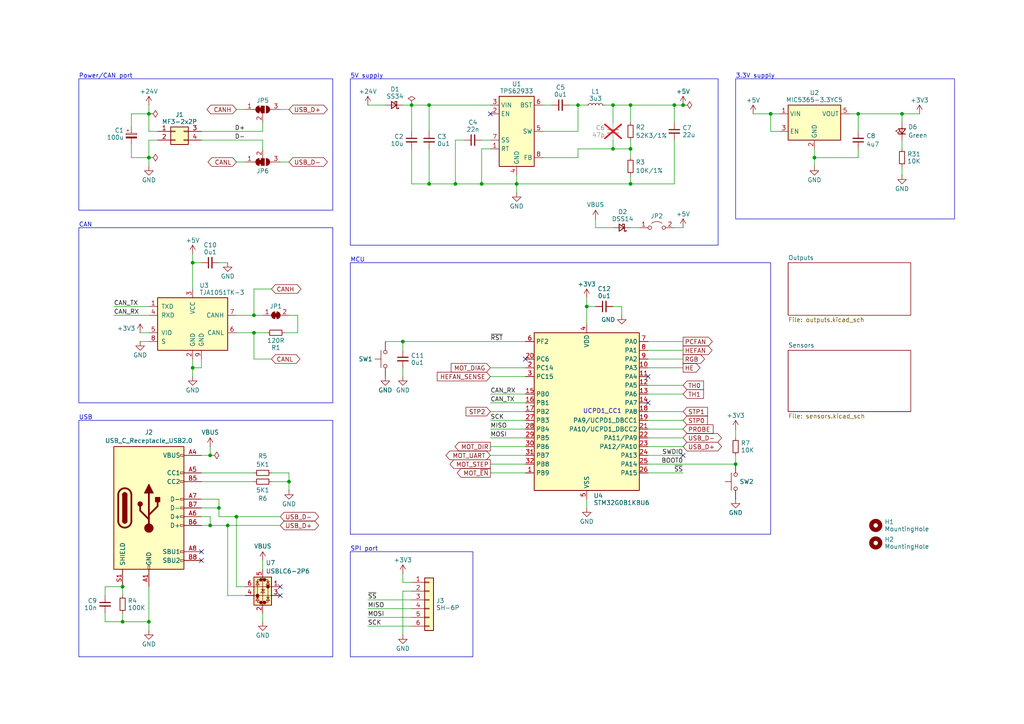
<source format=kicad_sch>
(kicad_sch (version 20231120) (generator "eeschema") (generator_version "8.0")
  (paper "A4")
  (junction (at 43.18 33.02))
  (junction (at 124.46 30.48))
  (junction (at 213.36 134.62))
  (junction (at 170.18 88.9))
  (junction (at 73.66 91.44))
  (junction (at 149.86 53.34))
  (junction (at 236.22 45.72))
  (junction (at 223.52 33.02))
  (junction (at 63.5 147.32))
  (junction (at 248.92 33.02))
  (junction (at 177.8 30.48))
  (junction (at 43.18 45.72))
  (junction (at 182.88 53.34))
  (junction (at 43.18 180.34))
  (junction (at 119.38 30.48))
  (junction (at 139.7 53.34))
  (junction (at 60.96 152.4))
  (junction (at 182.88 30.48))
  (junction (at 35.56 170.18))
  (junction (at 66.04 152.4))
  (junction (at 73.66 96.52))
  (junction (at 195.58 30.48))
  (junction (at 68.58 149.86))
  (junction (at 177.8 43.18))
  (junction (at 261.62 33.02))
  (junction (at 198.12 30.48))
  (junction (at 116.84 99.06))
  (junction (at 132.08 53.34))
  (junction (at 55.88 106.68))
  (junction (at 182.88 43.18))
  (junction (at 35.56 180.34))
  (junction (at 60.96 132.08))
  (junction (at 124.46 53.34))
  (junction (at 55.88 76.2))
  (junction (at 83.82 139.7))
  (junction (at 167.64 30.48))
  (no_connect (at 142.24 33.02))
  (no_connect (at 152.4 104.14))
  (no_connect (at 187.96 109.22))
  (no_connect (at 198.12 132.08))
  (no_connect (at 58.42 162.56))
  (no_connect (at 187.96 116.84))
  (no_connect (at 81.28 172.72))
  (no_connect (at 81.28 170.18))
  (no_connect (at 58.42 160.02))
  (wire (pts (xy 35.56 170.18) (xy 35.56 172.72)))
  (wire (pts (xy 152.4 116.84) (xy 142.24 116.84)))
  (wire (pts (xy 152.4 121.92) (xy 142.24 121.92)))
  (wire (pts (xy 172.72 66.04) (xy 177.8 66.04)))
  (wire (pts (xy 43.18 40.64) (xy 43.18 45.72)))
  (wire (pts (xy 68.58 149.86) (xy 81.28 149.86)))
  (wire (pts (xy 142.24 106.68) (xy 152.4 106.68)))
  (wire (pts (xy 124.46 43.18) (xy 124.46 53.34)))
  (wire (pts (xy 124.46 53.34) (xy 119.38 53.34)))
  (wire (pts (xy 142.24 109.22) (xy 152.4 109.22)))
  (wire (pts (xy 167.64 43.18) (xy 167.64 45.72)))
  (wire (pts (xy 116.84 99.06) (xy 116.84 101.6)))
  (wire (pts (xy 55.88 76.2) (xy 58.42 76.2)))
  (wire (pts (xy 170.18 88.9) (xy 172.72 88.9)))
  (wire (pts (xy 73.66 104.14) (xy 78.74 104.14)))
  (wire (pts (xy 68.58 149.86) (xy 68.58 170.18)))
  (wire (pts (xy 119.38 30.48) (xy 124.46 30.48)))
  (wire (pts (xy 73.66 91.44) (xy 76.2 91.44)))
  (wire (pts (xy 43.18 40.64) (xy 45.72 40.64)))
  (wire (pts (xy 182.88 30.48) (xy 182.88 35.56)))
  (wire (pts (xy 167.64 30.48) (xy 165.1 30.48)))
  (wire (pts (xy 106.68 30.48) (xy 111.76 30.48)))
  (wire (pts (xy 132.08 53.34) (xy 124.46 53.34)))
  (wire (pts (xy 35.56 180.34) (xy 43.18 180.34)))
  (wire (pts (xy 73.66 104.14) (xy 73.66 96.52)))
  (wire (pts (xy 40.64 96.52) (xy 43.18 96.52)))
  (wire (pts (xy 132.08 40.64) (xy 134.62 40.64)))
  (wire (pts (xy 182.88 43.18) (xy 177.8 43.18)))
  (wire (pts (xy 187.96 127) (xy 198.12 127)))
  (wire (pts (xy 182.88 50.8) (xy 182.88 53.34)))
  (wire (pts (xy 195.58 40.64) (xy 195.58 53.34)))
  (wire (pts (xy 55.88 73.66) (xy 55.88 76.2)))
  (wire (pts (xy 170.18 86.36) (xy 170.18 88.9)))
  (wire (pts (xy 261.62 40.64) (xy 261.62 43.18)))
  (wire (pts (xy 33.02 91.44) (xy 43.18 91.44)))
  (wire (pts (xy 119.38 173.99) (xy 106.68 173.99)))
  (wire (pts (xy 132.08 40.64) (xy 132.08 53.34)))
  (wire (pts (xy 66.04 152.4) (xy 66.04 172.72)))
  (wire (pts (xy 63.5 144.78) (xy 63.5 147.32)))
  (wire (pts (xy 76.2 38.1) (xy 76.2 35.56)))
  (wire (pts (xy 33.02 88.9) (xy 43.18 88.9)))
  (wire (pts (xy 68.58 31.75) (xy 71.12 31.75)))
  (wire (pts (xy 248.92 45.72) (xy 248.92 43.18)))
  (wire (pts (xy 152.4 129.54) (xy 142.24 129.54)))
  (wire (pts (xy 81.28 31.75) (xy 83.82 31.75)))
  (wire (pts (xy 177.8 40.64) (xy 177.8 43.18)))
  (wire (pts (xy 76.2 177.8) (xy 76.2 180.34)))
  (wire (pts (xy 223.52 38.1) (xy 226.06 38.1)))
  (wire (pts (xy 60.96 149.86) (xy 60.96 152.4)))
  (wire (pts (xy 152.4 137.16) (xy 142.24 137.16)))
  (wire (pts (xy 35.56 180.34) (xy 30.48 180.34)))
  (wire (pts (xy 149.86 53.34) (xy 149.86 50.8)))
  (wire (pts (xy 139.7 53.34) (xy 132.08 53.34)))
  (wire (pts (xy 58.42 152.4) (xy 60.96 152.4)))
  (wire (pts (xy 218.44 33.02) (xy 223.52 33.02)))
  (wire (pts (xy 43.18 38.1) (xy 43.18 33.02)))
  (wire (pts (xy 119.38 38.1) (xy 119.38 30.48)))
  (wire (pts (xy 40.64 99.06) (xy 43.18 99.06)))
  (wire (pts (xy 43.18 45.72) (xy 43.18 48.26)))
  (wire (pts (xy 58.42 104.14) (xy 58.42 106.68)))
  (wire (pts (xy 187.96 101.6) (xy 198.12 101.6)))
  (wire (pts (xy 182.88 30.48) (xy 195.58 30.48)))
  (wire (pts (xy 180.34 88.9) (xy 177.8 88.9)))
  (wire (pts (xy 187.96 129.54) (xy 198.12 129.54)))
  (wire (pts (xy 187.96 99.06) (xy 198.12 99.06)))
  (wire (pts (xy 187.96 106.68) (xy 198.12 106.68)))
  (wire (pts (xy 182.88 53.34) (xy 195.58 53.34)))
  (wire (pts (xy 78.74 139.7) (xy 83.82 139.7)))
  (wire (pts (xy 58.42 149.86) (xy 60.96 149.86)))
  (wire (pts (xy 81.28 46.99) (xy 83.82 46.99)))
  (wire (pts (xy 38.1 33.02) (xy 38.1 36.83)))
  (wire (pts (xy 152.4 124.46) (xy 142.24 124.46)))
  (wire (pts (xy 58.42 132.08) (xy 60.96 132.08)))
  (wire (pts (xy 86.36 91.44) (xy 83.82 91.44)))
  (wire (pts (xy 170.18 144.78) (xy 170.18 147.32)))
  (wire (pts (xy 82.55 96.52) (xy 86.36 96.52)))
  (wire (pts (xy 187.96 132.08) (xy 198.12 132.08)))
  (wire (pts (xy 119.38 179.07) (xy 106.68 179.07)))
  (wire (pts (xy 43.18 38.1) (xy 45.72 38.1)))
  (wire (pts (xy 139.7 43.18) (xy 139.7 53.34)))
  (wire (pts (xy 68.58 46.99) (xy 71.12 46.99)))
  (wire (pts (xy 30.48 170.18) (xy 35.56 170.18)))
  (wire (pts (xy 167.64 43.18) (xy 177.8 43.18)))
  (wire (pts (xy 43.18 170.18) (xy 43.18 180.34)))
  (wire (pts (xy 167.64 30.48) (xy 167.64 38.1)))
  (wire (pts (xy 236.22 45.72) (xy 248.92 45.72)))
  (wire (pts (xy 213.36 124.46) (xy 213.36 127)))
  (wire (pts (xy 139.7 40.64) (xy 142.24 40.64)))
  (wire (pts (xy 198.12 30.48) (xy 195.58 30.48)))
  (wire (pts (xy 66.04 152.4) (xy 81.28 152.4)))
  (wire (pts (xy 248.92 33.02) (xy 261.62 33.02)))
  (wire (pts (xy 223.52 33.02) (xy 226.06 33.02)))
  (wire (pts (xy 58.42 144.78) (xy 63.5 144.78)))
  (wire (pts (xy 60.96 152.4) (xy 66.04 152.4)))
  (wire (pts (xy 142.24 119.38) (xy 152.4 119.38)))
  (wire (pts (xy 124.46 30.48) (xy 142.24 30.48)))
  (wire (pts (xy 116.84 166.37) (xy 116.84 168.91)))
  (wire (pts (xy 261.62 33.02) (xy 261.62 35.56)))
  (wire (pts (xy 198.12 119.38) (xy 187.96 119.38)))
  (wire (pts (xy 223.52 33.02) (xy 223.52 38.1)))
  (wire (pts (xy 261.62 48.26) (xy 261.62 50.8)))
  (wire (pts (xy 261.62 33.02) (xy 266.7 33.02)))
  (wire (pts (xy 177.8 30.48) (xy 182.88 30.48)))
  (wire (pts (xy 38.1 41.91) (xy 38.1 45.72)))
  (wire (pts (xy 167.64 30.48) (xy 170.18 30.48)))
  (wire (pts (xy 73.66 96.52) (xy 68.58 96.52)))
  (wire (pts (xy 119.38 181.61) (xy 106.68 181.61)))
  (wire (pts (xy 182.88 40.64) (xy 182.88 43.18)))
  (wire (pts (xy 83.82 139.7) (xy 83.82 142.24)))
  (wire (pts (xy 116.84 184.15) (xy 116.84 171.45)))
  (wire (pts (xy 187.96 134.62) (xy 213.36 134.62)))
  (wire (pts (xy 182.88 66.04) (xy 185.42 66.04)))
  (wire (pts (xy 187.96 121.92) (xy 198.12 121.92)))
  (wire (pts (xy 55.88 76.2) (xy 55.88 83.82)))
  (wire (pts (xy 152.4 114.3) (xy 142.24 114.3)))
  (wire (pts (xy 187.96 104.14) (xy 198.12 104.14)))
  (wire (pts (xy 180.34 91.44) (xy 180.34 88.9)))
  (wire (pts (xy 111.76 99.06) (xy 116.84 99.06)))
  (wire (pts (xy 236.22 43.18) (xy 236.22 45.72)))
  (wire (pts (xy 157.48 30.48) (xy 160.02 30.48)))
  (wire (pts (xy 63.5 147.32) (xy 63.5 149.86)))
  (wire (pts (xy 167.64 45.72) (xy 157.48 45.72)))
  (wire (pts (xy 139.7 53.34) (xy 149.86 53.34)))
  (wire (pts (xy 195.58 66.04) (xy 198.12 66.04)))
  (wire (pts (xy 167.64 38.1) (xy 157.48 38.1)))
  (wire (pts (xy 73.66 83.82) (xy 78.74 83.82)))
  (wire (pts (xy 76.2 43.18) (xy 76.2 40.64)))
  (wire (pts (xy 182.88 43.18) (xy 182.88 45.72)))
  (wire (pts (xy 177.8 35.56) (xy 177.8 30.48)))
  (wire (pts (xy 248.92 33.02) (xy 246.38 33.02)))
  (wire (pts (xy 66.04 76.2) (xy 63.5 76.2)))
  (wire (pts (xy 86.36 96.52) (xy 86.36 91.44)))
  (wire (pts (xy 30.48 180.34) (xy 30.48 177.8)))
  (wire (pts (xy 35.56 177.8) (xy 35.56 180.34)))
  (wire (pts (xy 119.38 43.18) (xy 119.38 53.34)))
  (wire (pts (xy 187.96 111.76) (xy 198.12 111.76)))
  (wire (pts (xy 175.26 30.48) (xy 177.8 30.48)))
  (wire (pts (xy 58.42 38.1) (xy 76.2 38.1)))
  (wire (pts (xy 73.66 83.82) (xy 73.66 91.44)))
  (wire (pts (xy 187.96 114.3) (xy 198.12 114.3)))
  (wire (pts (xy 152.4 127) (xy 142.24 127)))
  (wire (pts (xy 38.1 45.72) (xy 43.18 45.72)))
  (wire (pts (xy 66.04 172.72) (xy 71.12 172.72)))
  (wire (pts (xy 152.4 134.62) (xy 142.24 134.62)))
  (wire (pts (xy 116.84 168.91) (xy 119.38 168.91)))
  (wire (pts (xy 58.42 106.68) (xy 55.88 106.68)))
  (wire (pts (xy 187.96 137.16) (xy 198.12 137.16)))
  (wire (pts (xy 149.86 53.34) (xy 182.88 53.34)))
  (wire (pts (xy 116.84 171.45) (xy 119.38 171.45)))
  (wire (pts (xy 58.42 147.32) (xy 63.5 147.32)))
  (wire (pts (xy 38.1 33.02) (xy 43.18 33.02)))
  (wire (pts (xy 198.12 124.46) (xy 187.96 124.46)))
  (wire (pts (xy 213.36 132.08) (xy 213.36 134.62)))
  (wire (pts (xy 78.74 137.16) (xy 83.82 137.16)))
  (wire (pts (xy 195.58 30.48) (xy 195.58 35.56)))
  (wire (pts (xy 60.96 129.54) (xy 60.96 132.08)))
  (wire (pts (xy 152.4 132.08) (xy 142.24 132.08)))
  (wire (pts (xy 73.66 96.52) (xy 77.47 96.52)))
  (wire (pts (xy 71.12 170.18) (xy 68.58 170.18)))
  (wire (pts (xy 116.84 99.06) (xy 152.4 99.06)))
  (wire (pts (xy 124.46 30.48) (xy 124.46 38.1)))
  (wire (pts (xy 73.66 91.44) (xy 68.58 91.44)))
  (wire (pts (xy 58.42 40.64) (xy 76.2 40.64)))
  (wire (pts (xy 170.18 88.9) (xy 170.18 93.98)))
  (wire (pts (xy 76.2 162.56) (xy 76.2 165.1)))
  (wire (pts (xy 119.38 176.53) (xy 106.68 176.53)))
  (wire (pts (xy 55.88 109.22) (xy 55.88 106.68)))
  (wire (pts (xy 58.42 137.16) (xy 73.66 137.16)))
  (wire (pts (xy 248.92 33.02) (xy 248.92 38.1)))
  (wire (pts (xy 68.58 149.86) (xy 63.5 149.86)))
  (wire (pts (xy 58.42 139.7) (xy 73.66 139.7)))
  (wire (pts (xy 116.84 106.68) (xy 116.84 109.22)))
  (wire (pts (xy 83.82 137.16) (xy 83.82 139.7)))
  (wire (pts (xy 30.48 172.72) (xy 30.48 170.18)))
  (wire (pts (xy 139.7 43.18) (xy 142.24 43.18)))
  (wire (pts (xy 172.72 63.5) (xy 172.72 66.04)))
  (wire (pts (xy 43.18 180.34) (xy 43.18 182.88)))
  (wire (pts (xy 55.88 104.14) (xy 55.88 106.68)))
  (wire (pts (xy 119.38 30.48) (xy 116.84 30.48)))
  (wire (pts (xy 236.22 45.72) (xy 236.22 48.26)))
  (wire (pts (xy 43.18 33.02) (xy 43.18 30.48)))
  (wire (pts (xy 149.86 55.88) (xy 149.86 53.34)))
  (rectangle (start 22.86 22.86) (end 96.52 60.96))
  (rectangle (start 22.86 121.92) (end 96.52 190.5))
  (rectangle (start 101.6 22.86) (end 208.28 71.12))
  (rectangle (start 101.6 160.02) (end 137.16 190.5))
  (rectangle (start 22.86 66.04) (end 96.52 116.84))
  (rectangle (start 213.36 22.86) (end 276.86 63.5))
  (rectangle (start 101.6 76.2) (end 223.52 154.94))
  (text "UCPD1_CC1" (at 180.34 119.38 0) (effects (font (size 1.27 1.27)) (justify right)))
  (text "Power/CAN port" (at 22.86 22.86 0) (effects (font (size 1.27 1.27)) (justify left bottom)))
  (text "CAN" (at 22.86 66.04 0) (effects (font (size 1.27 1.27)) (justify left bottom)))
  (text "3.3V supply" (at 213.36 22.86 0) (effects (font (size 1.27 1.27)) (justify left bottom)))
  (text "USB" (at 22.86 121.92 0) (effects (font (size 1.27 1.27)) (justify left bottom)))
  (text "SPI port" (at 101.6 160.02 0) (effects (font (size 1.27 1.27)) (justify left bottom)))
  (text "5V supply" (at 101.6 22.86 0) (effects (font (size 1.27 1.27)) (justify left bottom)))
  (text "MCU" (at 101.6 76.2 0) (effects (font (size 1.27 1.27)) (justify left bottom)))
  (label "MISO" (at 106.68 176.53 0))
  (label "D-" (at 71.12 40.64 180))
  (label "~{SS}" (at 106.68 173.99 0))
  (label "BOOT0" (at 198.12 134.62 180))
  (label "CAN_TX" (at 33.02 88.9 0))
  (label "CAN_TX" (at 142.24 116.84 0))
  (label "D+" (at 71.12 38.1 180))
  (label "CAN_RX" (at 33.02 91.44 0))
  (label "~{SS}" (at 198.12 137.16 180))
  (label "MOSI" (at 142.24 127 0))
  (label "CAN_RX" (at 142.24 114.3 0))
  (label "SCK" (at 142.24 121.92 0))
  (label "SCK" (at 106.68 181.61 0))
  (label "~{RST}" (at 142.24 99.06 0))
  (label "SWDIO" (at 198.12 132.08 180))
  (label "MISO" (at 142.24 124.46 0))
  (label "MOSI" (at 106.68 179.07 0))
  (global_label "CANL" (shape bidirectional) (at 78.74 104.14 0) (property "Intersheetrefs" "${INTERSHEET_REFS}" (effects (hide yes))))
  (global_label "CANH" (shape bidirectional) (at 78.74 83.82 0) (property "Intersheetrefs" "${INTERSHEET_REFS}" (effects (hide yes))))
  (global_label "MOT_~{EN}" (shape output) (at 142.24 137.16 180) (property "Intersheetrefs" "${INTERSHEET_REFS}" (effects (hide yes))))
  (global_label "MOT_UART" (shape bidirectional) (at 142.24 132.08 180) (property "Intersheetrefs" "${INTERSHEET_REFS}" (effects (hide yes))))
  (global_label "USB_D-" (shape bidirectional) (at 83.82 46.99 0) (property "Intersheetrefs" "${INTERSHEET_REFS}" (effects (hide yes))))
  (global_label "HEFAN_SENSE" (shape input) (at 142.24 109.22 180) (property "Intersheetrefs" "${INTERSHEET_REFS}" (effects (hide yes))))
  (global_label "PROBE" (shape input) (at 198.12 124.46 0) (property "Intersheetrefs" "${INTERSHEET_REFS}" (effects (hide yes))))
  (global_label "RGB" (shape output) (at 198.12 104.14 0) (property "Intersheetrefs" "${INTERSHEET_REFS}" (effects (hide yes))))
  (global_label "TH1" (shape input) (at 198.12 114.3 0) (property "Intersheetrefs" "${INTERSHEET_REFS}" (effects (hide yes))))
  (global_label "USB_D+" (shape bidirectional) (at 83.82 31.75 0) (property "Intersheetrefs" "${INTERSHEET_REFS}" (effects (hide yes))))
  (global_label "MOT_STEP" (shape output) (at 142.24 134.62 180) (property "Intersheetrefs" "${INTERSHEET_REFS}" (effects (hide yes))))
  (global_label "HE" (shape output) (at 198.12 106.68 0) (property "Intersheetrefs" "${INTERSHEET_REFS}" (effects (hide yes))))
  (global_label "STP0" (shape input) (at 198.12 121.92 0) (property "Intersheetrefs" "${INTERSHEET_REFS}" (effects (hide yes))))
  (global_label "STP1" (shape input) (at 198.12 119.38 0) (property "Intersheetrefs" "${INTERSHEET_REFS}" (effects (hide yes))))
  (global_label "HEFAN" (shape output) (at 198.12 101.6 0) (property "Intersheetrefs" "${INTERSHEET_REFS}" (effects (hide yes))))
  (global_label "USB_D+" (shape bidirectional) (at 81.28 152.4 0) (property "Intersheetrefs" "${INTERSHEET_REFS}" (effects (hide yes))))
  (global_label "USB_D+" (shape bidirectional) (at 198.12 129.54 0) (property "Intersheetrefs" "${INTERSHEET_REFS}" (effects (hide yes))))
  (global_label "USB_D-" (shape bidirectional) (at 198.12 127 0) (property "Intersheetrefs" "${INTERSHEET_REFS}" (effects (hide yes))))
  (global_label "PCFAN" (shape output) (at 198.12 99.06 0) (property "Intersheetrefs" "${INTERSHEET_REFS}" (effects (hide yes))))
  (global_label "MOT_DIAG" (shape input) (at 142.24 106.68 180) (property "Intersheetrefs" "${INTERSHEET_REFS}" (effects (hide yes))))
  (global_label "CANH" (shape bidirectional) (at 68.58 31.75 180) (property "Intersheetrefs" "${INTERSHEET_REFS}" (effects (hide yes))))
  (global_label "TH0" (shape input) (at 198.12 111.76 0) (property "Intersheetrefs" "${INTERSHEET_REFS}" (effects (hide yes))))
  (global_label "MOT_DIR" (shape output) (at 142.24 129.54 180) (property "Intersheetrefs" "${INTERSHEET_REFS}" (effects (hide yes))))
  (global_label "CANL" (shape bidirectional) (at 68.58 46.99 180) (property "Intersheetrefs" "${INTERSHEET_REFS}" (effects (hide yes))))
  (global_label "STP2" (shape input) (at 142.24 119.38 180) (property "Intersheetrefs" "${INTERSHEET_REFS}" (effects (hide yes))))
  (global_label "USB_D-" (shape bidirectional) (at 81.28 149.86 0) (property "Intersheetrefs" "${INTERSHEET_REFS}" (effects (hide yes))))
  (symbol (lib_id "power:GND") (at 261.62 50.8 0) (unit 1)
    (property "Reference" "#PWR078" (effects (hide yes)))
    (property "Value" "GND" (at 261.62 54.745 0))
    (property "Description" "Power symbol creates a global label with name \"GND\" , ground" (effects (hide yes)))
  )
  (symbol (lib_id "power:GND") (at 116.84 184.15 0) (unit 1)
    (property "Reference" "#PWR073" (effects (hide yes)))
    (property "Value" "GND" (at 116.84 188.095 0))
    (property "Description" "Power symbol creates a global label with name \"GND\" , ground" (effects (hide yes)))
  )
  (symbol (lib_id "Device:D_Schottky_Small") (at 180.34 66.04 180) (unit 1)
    (property "Reference" "D2" (at 180.594 61.444 0))
    (property "Value" "DSS14" (at 180.594 63.492 0))
    (property "Footprint" "Diode_SMD:D_SOD-123F" (effects (hide yes)))
    (property "Datasheet" "https://www.smc-diodes.com/propdf/DSS12U%20THRU%20DSS125U%20N1873%20REV.A.pdf" (effects (hide yes)))
    (property "LCSC" "C466479" (effects (hide yes)))
    (property "manf#" "DSS14" (effects (hide yes)))
    (property "digikey#" "1655-DSS14UCT-ND" (effects (hide yes)))
    (property "mouser#" "241-SS1040FLR100001" (effects (hide yes)))
  )
  (symbol (lib_id "Device:R_Small") (at 35.56 175.26 0) (unit 1)
    (property "Reference" "R4" (at 37.0586 174.236 0) (effects (justify left)))
    (property "Value" "100K" (at 37.0586 176.284 0) (effects (justify left)))
    (property "Footprint" "Resistor_SMD:R_0402_1005Metric" (effects (hide yes)))
    (property "manf#" "RC0402FR-07100KL" (effects (hide yes)))
    (property "LCSC" "C25741" (effects (hide yes)))
  )
  (symbol (lib_id "power:GND") (at 213.36 144.78 0) (unit 1)
    (property "Reference" "#PWR075" (effects (hide yes)))
    (property "Value" "GND" (at 213.36 148.725 0))
  )
  (symbol (lib_id "power:GND") (at 170.18 147.32 0) (unit 1)
    (property "Reference" "#PWR022" (effects (hide yes)))
    (property "Value" "GND" (at 170.18 151.265 0))
    (property "Description" "Power symbol creates a global label with name \"GND\" , ground" (effects (hide yes)))
  )
  (symbol (lib_id "power:+24V") (at 106.68 30.48 0) (unit 1)
    (property "Reference" "#PWR03" (effects (hide yes)))
    (property "Value" "+24V" (at 106.68 26.535 0))
    (property "Description" "Power symbol creates a global label with name \"+24V\"" (effects (hide yes)))
  )
  (symbol (lib_id "power:GND") (at 55.88 109.22 0) (unit 1)
    (property "Reference" "#PWR013" (effects (hide yes)))
    (property "Value" "GND" (at 55.88 113.165 0))
    (property "Description" "Power symbol creates a global label with name \"GND\" , ground" (effects (hide yes)))
  )
  (symbol (lib_id "power:GND") (at 180.34 91.44 0) (unit 1)
    (property "Reference" "#PWR023" (effects (hide yes)))
    (property "Value" "GND" (at 178.4351 92.71 0) (effects (justify right)))
    (property "Description" "Power symbol creates a global label with name \"GND\" , ground" (effects (hide yes)))
  )
  (symbol (lib_id "Jumper:SolderJumper_2_Bridged") (at 80.01 91.44 0) (mirror x) (unit 1) (in_bom no)
    (property "Reference" "JP1" (at 80.01 88.8309 0))
    (property "Value" "SolderJumper_2_Bridged" (effects (hide yes)))
    (property "Footprint" "Jumper:SolderJumper-2_P1.3mm_Bridged_RoundedPad1.0x1.5mm" (effects (hide yes)))
    (property "Description" "Solder Jumper, 2-pole, closed/bridged" (effects (hide yes)))
  )
  (symbol (lib_id "power:+3V3") (at 213.36 124.46 0) (unit 1)
    (property "Reference" "#PWR074" (effects (hide yes)))
    (property "Value" "+3V3" (at 213.36 120.515 0))
  )
  (symbol (lib_id "power:GND") (at 76.2 180.34 0) (mirror y) (unit 1)
    (property "Reference" "#PWR017" (effects (hide yes)))
    (property "Value" "GND" (at 76.2 184.285 0))
    (property "Description" "Power symbol creates a global label with name \"GND\" , ground" (effects (hide yes)))
  )
  (symbol (lib_id "Device:C_Small") (at 124.46 40.64 0) (unit 1)
    (property "Reference" "C3" (at 126.7841 39.6223 0) (effects (justify left)))
    (property "Value" "0u1" (at 126.7841 41.6703 0) (effects (justify left)))
    (property "Footprint" "Capacitor_SMD:C_0402_1005Metric" (effects (hide yes)))
    (property "manf#" "GRM155R71H104KE14J" (effects (hide yes)))
    (property "LCSC" "C307331" (effects (hide yes)))
    (property "Notes" "50V" (effects (hide yes)))
  )
  (symbol (lib_id "power:PWR_FLAG") (at 198.12 30.48 270) (unit 1)
    (property "Reference" "#FLG04" (effects (hide yes)))
    (property "Value" "PWR_FLAG" (effects (hide yes)))
    (property "Description" "Special symbol for telling ERC where power comes from" (effects (hide yes)))
  )
  (symbol (lib_id "power:+5V") (at 55.88 73.66 0) (unit 1)
    (property "Reference" "#PWR012" (effects (hide yes)))
    (property "Value" "+5V" (at 55.88 69.715 0))
    (property "Description" "Power symbol creates a global label with name \"+5V\"" (effects (hide yes)))
  )
  (symbol (lib_id "power:GND") (at 236.22 48.26 0) (unit 1)
    (property "Reference" "#PWR07" (effects (hide yes)))
    (property "Value" "GND" (at 236.22 52.205 0))
    (property "Description" "Power symbol creates a global label with name \"GND\" , ground" (effects (hide yes)))
  )
  (symbol (lib_id "Device:C_Small") (at 119.38 40.64 0) (unit 1)
    (property "Reference" "C2" (at 117.056 39.6223 0) (effects (justify right)))
    (property "Value" "10u" (at 117.056 41.6703 0) (effects (justify right)))
    (property "Footprint" "Capacitor_SMD:C_1206_3216Metric" (effects (hide yes)))
    (property "manf#" "GRM31CD71H106KE11L" (effects (hide yes)))
    (property "LCSC" "C2987934" (effects (hide yes)))
    (property "Notes" "35V X7T" (effects (hide yes)))
  )
  (symbol (lib_id "Connector_Generic:Conn_01x06") (at 124.46 173.99 0) (unit 1)
    (property "Reference" "J3" (at 126.492 174.236 0) (effects (justify left)))
    (property "Value" "SH-6P" (at 126.492 176.284 0) (effects (justify left)))
    (property "Footprint" "Connector_JST:JST_SH_SM06B-SRSS-TB_1x06-1MP_P1.00mm_Horizontal" (effects (hide yes)))
    (property "Datasheet" "https://www.jst-mfg.com/product/pdf/eng/eSH.pdf" (effects (hide yes)))
    (property "manf#" "SM06B-SRSS-TB" (effects (hide yes)))
    (property "LCSC" "C160405" (effects (hide yes)))
  )
  (symbol (lib_id "power:VBUS") (at 60.96 129.54 0) (unit 1)
    (property "Reference" "#PWR076" (effects (hide yes)))
    (property "Value" "VBUS" (at 60.96 125.4069 0))
    (property "Description" "Power symbol creates a global label with name \"VBUS\"" (effects (hide yes)))
  )
  (symbol (lib_id "power:PWR_FLAG") (at 119.38 30.48 0) (unit 1)
    (property "Reference" "#FLG03" (effects (hide yes)))
    (property "Value" "PWR_FLAG" (effects (hide yes)))
    (property "Description" "Special symbol for telling ERC where power comes from" (effects (hide yes)))
  )
  (symbol (lib_id "power:+5V") (at 198.12 66.04 0) (unit 1)
    (property "Reference" "#PWR018" (effects (hide yes)))
    (property "Value" "+5V" (at 198.12 62.095 0))
    (property "Description" "Power symbol creates a global label with name \"+5V\"" (effects (hide yes)))
  )
  (symbol (lib_id "power:+5V") (at 218.44 33.02 0) (unit 1)
    (property "Reference" "#PWR06" (effects (hide yes)))
    (property "Value" "+5V" (at 218.44 29.075 0))
    (property "Description" "Power symbol creates a global label with name \"+5V\"" (effects (hide yes)))
  )
  (symbol (lib_id "Jumper:SolderJumper_3_Bridged12") (at 76.2 46.99 0) (mirror x) (unit 1) (in_bom no)
    (property "Reference" "JP6" (at 76.2 49.5991 0))
    (property "Value" "SolderJumper_3_Bridged12" (effects (hide yes)))
    (property "Footprint" "Jumper:SolderJumper-3_P1.3mm_Bridged12_RoundedPad1.0x1.5mm" (effects (hide yes)))
    (property "Description" "3-pole Solder Jumper, pins 1+2 closed/bridged" (effects (hide yes)))
  )
  (symbol (lib_id "power:PWR_FLAG") (at 60.96 132.08 270) (unit 1)
    (property "Reference" "#FLG05" (effects (hide yes)))
    (property "Value" "PWR_FLAG" (effects (hide yes)))
    (property "Description" "Special symbol for telling ERC where power comes from" (effects (hide yes)))
  )
  (symbol (lib_id "power:+3V3") (at 266.7 33.02 0) (unit 1)
    (property "Reference" "#PWR08" (effects (hide yes)))
    (property "Value" "+3V3" (at 266.7 29.075 0))
    (property "Description" "Power symbol creates a global label with name \"+3V3\"" (effects (hide yes)))
  )
  (symbol (lib_id "MCU_ST_STM32G0:STM32G0B1KBUx") (at 170.18 119.38 0) (unit 1)
    (property "Reference" "U4" (at 172.1359 143.772 0) (effects (justify left)))
    (property "Value" "STM32G0B1KBU6" (at 172.1359 145.82 0) (effects (justify left)))
    (property "Footprint" "Package_DFN_QFN:QFN-32-1EP_5x5mm_P0.5mm_EP3.45x3.45mm" (effects (hide yes)))
    (property "Datasheet" "https://www.st.com/resource/en/datasheet/stm32g0b1kb.pdf" (effects (hide yes)))
    (property "LCSC" "C5159549" (effects (hide yes)))
    (property "manf#" "STM32G0B1KBU6" (effects (hide yes)))
    (property "Notes" "Use STM32G0B1KxU7 for 105C temperature rating" (effects (hide yes)))
  )
  (symbol (lib_id "power:VBUS") (at 76.2 162.56 0) (mirror y) (unit 1)
    (property "Reference" "#PWR016" (effects (hide yes)))
    (property "Value" "VBUS" (at 76.2 158.4269 0))
    (property "Description" "Power symbol creates a global label with name \"VBUS\"" (effects (hide yes)))
  )
  (symbol (lib_id "power:GND") (at 43.18 48.26 0) (unit 1)
    (property "Reference" "#PWR02" (effects (hide yes)))
    (property "Value" "GND" (at 43.18 52.205 0))
    (property "Description" "Power symbol creates a global label with name \"GND\" , ground" (effects (hide yes)))
  )
  (symbol (lib_id "Switch:SW_Push") (at 213.36 139.7 90) (unit 1)
    (property "Reference" "SW2" (at 214.503 139.7 90) (effects (justify right)))
    (property "Value" "SW_Push" (effects (hide yes)))
    (property "Footprint" "Button_Switch_SMD:SW_SPST_EVQP7A" (effects (hide yes)))
    (property "manf#" "EVQ-P7A01P" (effects (hide yes)))
    (property "LCSC" "C79167" (effects (hide yes)))
  )
  (symbol (lib_id "Device:C_Small") (at 60.96 76.2 90) (unit 1)
    (property "Reference" "C10" (at 60.9663 71.0579 90))
    (property "Value" "0u1" (at 60.9663 73.1059 90))
    (property "Footprint" "Capacitor_SMD:C_0402_1005Metric" (effects (hide yes)))
    (property "manf#" "GRM155R71H104KE14J" (effects (hide yes)))
    (property "LCSC" "C307331" (effects (hide yes)))
    (property "Notes" "50V" (effects (hide yes)))
  )
  (symbol (lib_id "Device:D_Schottky_Small") (at 114.3 30.48 180) (unit 1)
    (property "Reference" "D1" (at 114.554 25.884 0))
    (property "Value" "SS34" (at 114.554 27.932 0))
    (property "Footprint" "Diode_SMD:D_SMA" (effects (hide yes)))
    (property "Datasheet" "https://diotec.com/request/datasheet/sk34sma-3g.pdf" (effects (hide yes)))
    (property "manf#" "SS34" (effects (hide yes)))
    (property "LCSC" "C8678" (effects (hide yes)))
    (property "digikey#" "4878-SK34SMA-3GCT-ND" (effects (hide yes)))
    (property "mouser#" "637-SK34SMA-3G" (effects (hide yes)))
  )
  (symbol (lib_id "power:GND") (at 111.76 109.22 0) (unit 1)
    (property "Reference" "#PWR019" (effects (hide yes)))
    (property "Value" "GND" (at 111.76 113.165 0))
    (property "Description" "Power symbol creates a global label with name \"GND\" , ground" (effects (hide yes)))
  )
  (symbol (lib_id "Connector:USB_C_Receptacle_USB2.0_16P") (at 43.18 147.32 0) (unit 1)
    (property "Reference" "J2" (at 43.18 125.3955 0))
    (property "Value" "USB_C_Receptacle_USB2.0" (at 43.18 127.8198 0))
    (property "Footprint" "Connector_USB:USB_C_Receptacle_GCT_USB4105-xx-A_16P_TopMnt_Horizontal" (effects (hide yes)))
    (property "Datasheet" "https://www.usb.org/sites/default/files/documents/usb_type-c.zip" (effects (hide yes)))
    (property "Description" "USB 2.0-only 16P Type-C Receptacle connector" (effects (hide yes)))
    (property "manf#" "12402012E212A" (effects (hide yes)))
    (property "LCSC" "C165948" (effects (hide yes)))
    (property "Notes" "Alternates: Amphenol 12402012E212A, GCT USB4105-GF-A, HRO TYPE-C-31-M-12, G-Switch GT-USB-7010ASV, XKB U263-16XN-4XS1735" (effects (hide yes)))
  )
  (symbol (lib_id "power:GND") (at 66.04 76.2 0) (unit 1)
    (property "Reference" "#PWR015" (effects (hide yes)))
    (property "Value" "GND" (at 66.04 80.145 0))
    (property "Description" "Power symbol creates a global label with name \"GND\" , ground" (effects (hide yes)))
  )
  (symbol (lib_id "Jumper:Jumper_2_Open") (at 190.5 66.04 0) (unit 1)
    (property "Reference" "JP2" (at 190.5 62.6689 0))
    (property "Value" "Jumper_2_Open" (effects (hide yes)))
    (property "Footprint" "Connector_PinHeader_2.00mm:PinHeader_1x02_P2.00mm_Vertical" (effects (hide yes)))
    (property "Description" "Jumper, 2-pole, open" (effects (hide yes)))
    (property "manf#" "NRPN021PAEN-RC;NPN02SXLN-RC" (effects (hide yes)))
    (property "LCSC" "C706997;C5274553" (effects (hide yes)))
  )
  (symbol (lib_id "Device:R_Small") (at 76.2 139.7 90) (unit 1)
    (property "Reference" "R6" (at 76.2 144.5811 90))
    (property "Value" "5K1" (at 76.2 142.1568 90))
    (property "Footprint" "Resistor_SMD:R_0402_1005Metric" (effects (hide yes)))
    (property "manf#" "RC0402FR-075K1L" (effects (hide yes)))
    (property "LCSC" "C25905" (effects (hide yes)))
  )
  (symbol (lib_id "power:GND") (at 40.64 99.06 0) (unit 1)
    (property "Reference" "#PWR010" (effects (hide yes)))
    (property "Value" "GND" (at 40.64 103.005 0))
    (property "Description" "Power symbol creates a global label with name \"GND\" , ground" (effects (hide yes)))
  )
  (symbol (lib_id "Device:LED_Small") (at 261.62 38.1 90) (unit 1)
    (property "Reference" "D6" (at 263.398 36.8243 90) (effects (justify right)))
    (property "Value" "Green" (at 263.398 39.2486 90) (effects (justify right)))
    (property "Footprint" "LED_SMD:LED_0603_1608Metric" (effects (hide yes)))
    (property "Description" "Light emitting diode, small symbol" (effects (hide yes)))
    (property "LCSC" "C12624" (effects (hide yes)))
    (property "manf#" "LTST-C190KGKT" (effects (hide yes)))
  )
  (symbol (lib_id "Device:R_Small") (at 213.36 129.54 180) (unit 1)
    (property "Reference" "R7" (at 214.8586 128.516 0) (effects (justify right)))
    (property "Value" "10K" (at 214.8586 130.564 0) (effects (justify right)))
    (property "Footprint" "Resistor_SMD:R_0402_1005Metric" (effects (hide yes)))
    (property "manf#" "RC0402FR-0710KL" (effects (hide yes)))
    (property "LCSC" "C25744" (effects (hide yes)))
  )
  (symbol (lib_id "Device:C_Polarized_Small") (at 38.1 39.37 0) (unit 1)
    (property "Reference" "C1" (at 35.941 37.7999 0) (effects (justify right)))
    (property "Value" "100u" (at 35.941 39.8479 0) (effects (justify right)))
    (property "Footprint" "Capacitor_SMD:CP_Elec_6.3x7.7" (effects (hide yes)))
    (property "LCSC" "C705528" (effects (hide yes)))
    (property "manf#" "EEE-TQV101XAP" (effects (hide yes)))
    (property "Notes" "35V electrolytic" (effects (hide yes)))
  )
  (symbol (lib_id "power:GND") (at 149.86 55.88 0) (unit 1)
    (property "Reference" "#PWR04" (effects (hide yes)))
    (property "Value" "GND" (at 149.86 59.825 0))
    (property "Description" "Power symbol creates a global label with name \"GND\" , ground" (effects (hide yes)))
  )
  (symbol (lib_id "Interface_CAN_LIN:TJA1051TK-3") (at 55.88 93.98 0) (unit 1)
    (property "Reference" "U3" (at 57.8359 82.78 0) (effects (justify left)))
    (property "Value" "TJA1051TK-3" (at 57.8359 84.828 0) (effects (justify left)))
    (property "Footprint" "Package_DFN_QFN:DFN-8-1EP_3x3mm_P0.65mm_EP1.55x2.4mm" (effects (hide yes)))
    (property "Datasheet" "http://www.nxp.com/docs/en/data-sheet/TJA1051.pdf" (effects (hide yes)))
    (property "Description" "High-Speed CAN Transceiver, separate VIO, silent mode, DFN-8" (effects (hide yes)))
    (property "manf#" "TJA1051TK/3/1J" (effects (hide yes)))
    (property "LCSC" "C5382549" (effects (hide yes)))
  )
  (symbol (lib_id "power:+5V") (at 198.12 30.48 0) (unit 1)
    (property "Reference" "#PWR05" (effects (hide yes)))
    (property "Value" "+5V" (at 198.12 26.535 0))
    (property "Description" "Power symbol creates a global label with name \"+5V\"" (effects (hide yes)))
  )
  (symbol (lib_id "Device:C_Small") (at 162.56 30.48 90) (unit 1)
    (property "Reference" "C5" (at 162.5663 25.3379 90))
    (property "Value" "0u1" (at 162.5663 27.3859 90))
    (property "Footprint" "Capacitor_SMD:C_0402_1005Metric" (effects (hide yes)))
    (property "manf#" "GRM155R71H104KE14J" (effects (hide yes)))
    (property "LCSC" "C307331" (effects (hide yes)))
    (property "Notes" "50V" (effects (hide yes)))
  )
  (symbol (lib_id "Device:C_Small") (at 195.58 38.1 0) (unit 1)
    (property "Reference" "C7" (at 197.9041 37.0823 0) (effects (justify left)))
    (property "Value" "22u" (at 197.9041 39.1303 0) (effects (justify left)))
    (property "Footprint" "Capacitor_SMD:C_0805_2012Metric" (effects (hide yes)))
    (property "manf#" "GRM21BC81C226ME44L" (effects (hide yes)))
    (property "LCSC" "C258782" (effects (hide yes)))
    (property "Notes" "10V X6S" (effects (hide yes)))
  )
  (symbol (lib_id "power:+3V3") (at 40.64 96.52 0) (unit 1)
    (property "Reference" "#PWR09" (effects (hide yes)))
    (property "Value" "+3V3" (at 39.243 95.25 0) (effects (justify right)))
    (property "Description" "Power symbol creates a global label with name \"+3V3\"" (effects (hide yes)))
  )
  (symbol (lib_id "Regulator_Switching:TPS62933") (at 149.86 38.1 0) (unit 1)
    (property "Reference" "U1" (at 149.86 24.36 0))
    (property "Value" "TPS62933" (at 149.86 26.408 0))
    (property "Footprint" "Package_TO_SOT_SMD:SOT-583-8" (effects (hide yes)))
    (property "Datasheet" "https://www.ti.com/lit/ds/symlink/tps62933.pdf" (effects (hide yes)))
    (property "Description" "3.8-30V, 3A Synchronous Buck Converters with pulse frequency modulation (PFM), SOT583-8" (effects (hide yes)))
    (property "manf#" "TPS62933DRLR" (effects (hide yes)))
    (property "LCSC" "C3200405" (effects (hide yes)))
  )
  (symbol (lib_id "Device:L_Small") (at 172.72 30.48 90) (unit 1)
    (property "Reference" "L1" (at 172.72 26.5212 90))
    (property "Value" "3u3" (at 172.72 28.5692 90))
    (property "Footprint" "Inductor_SMD:L_Vishay_IHLP-2020" (effects (hide yes)))
    (property "Datasheet" "https://www.vishay.com/docs/34260/ihlp2020cz11.pdf" (effects (hide yes)))
    (property "LCSC" "C845005" (effects (hide yes)))
    (property "manf#" "IHLP2020CZER3R3M11" (effects (hide yes)))
    (property "Notes" "Alternates: Sumida 0530CDMCCDS-3R3MC" (effects (hide yes)))
  )
  (symbol (lib_id "Device:C_Small") (at 177.8 38.1 0) (unit 1) (dnp yes)
    (property "Reference" "C6" (at 175.4759 37.0823 0) (effects (justify right)))
    (property "Value" "47p" (at 175.4759 39.1303 0) (effects (justify right)))
    (property "Footprint" "Capacitor_SMD:C_0402_1005Metric" (effects (hide yes)))
    (property "manf#" "CL05C470JB5NNNC" (effects (hide yes)))
    (property "LCSC" "C1567" (effects (hide yes)))
  )
  (symbol (lib_id "Device:C_Small") (at 116.84 104.14 0) (unit 1)
    (property "Reference" "C11" (at 119.1641 103.1223 0) (effects (justify left)))
    (property "Value" "0u1" (at 119.1641 105.1703 0) (effects (justify left)))
    (property "Footprint" "Capacitor_SMD:C_0402_1005Metric" (effects (hide yes)))
    (property "manf#" "GRM155R71H104KE14J" (effects (hide yes)))
    (property "LCSC" "C307331" (effects (hide yes)))
    (property "Notes" "50V" (effects (hide yes)))
  )
  (symbol (lib_id "power:VBUS") (at 172.72 63.5 0) (unit 1)
    (property "Reference" "#PWR014" (effects (hide yes)))
    (property "Value" "VBUS" (at 172.72 59.3669 0))
    (property "Description" "Power symbol creates a global label with name \"VBUS\"" (effects (hide yes)))
  )
  (symbol (lib_id "Device:C_Small") (at 248.92 40.64 180) (unit 1)
    (property "Reference" "C8" (at 251.2441 39.4214 0) (effects (justify right)))
    (property "Value" "4u7" (at 251.2441 41.8457 0) (effects (justify right)))
    (property "Footprint" "Capacitor_SMD:C_0603_1608Metric" (effects (hide yes)))
    (property "manf#" "CL10A475KO8NNNC" (effects (hide yes)))
    (property "LCSC" "C19666" (effects (hide yes)))
  )
  (symbol (lib_id "Power_Protection:USBLC6-2P6") (at 76.2 170.18 0) (mirror y) (unit 1)
    (property "Reference" "U7" (at 77.0889 163.2415 0) (effects (justify right)))
    (property "Value" "USBLC6-2P6" (at 77.0889 165.6658 0) (effects (justify right)))
    (property "Footprint" "Package_TO_SOT_SMD:SOT-666" (effects (hide yes)))
    (property "Datasheet" "https://www.st.com/resource/en/datasheet/usblc6-2.pdf" (effects (hide yes)))
    (property "Description" "Very low capacitance ESD protection diode, 2 data-line, SOT-666" (effects (hide yes)))
    (property "LCSC" "C2827693" (effects (hide yes)))
    (property "manf#" "USBLC6-2P6" (effects (hide yes)))
  )
  (symbol (lib_id "Device:C_Small") (at 137.16 40.64 90) (unit 1)
    (property "Reference" "C4" (at 137.1663 35.4979 90))
    (property "Value" "22n" (at 137.1663 37.5459 90))
    (property "Footprint" "Capacitor_SMD:C_0402_1005Metric" (effects (hide yes)))
    (property "manf#" "GRM155R71H104KE14J" (effects (hide yes)))
    (property "LCSC" "C1532" (effects (hide yes)))
  )
  (symbol (lib_id "Switch:SW_Push") (at 111.76 104.14 90) (unit 1)
    (property "Reference" "SW1" (at 108.077 104.14 90) (effects (justify left)))
    (property "Value" "SW_Push" (effects (hide yes)))
    (property "Footprint" "Button_Switch_SMD:SW_SPST_EVQP7A" (effects (hide yes)))
    (property "manf#" "EVQ-P7A01P" (effects (hide yes)))
    (property "LCSC" "C79167" (effects (hide yes)))
  )
  (symbol (lib_id "Device:R_Small") (at 182.88 48.26 0) (unit 1)
    (property "Reference" "R3" (at 184.3786 47.0478 0) (effects (justify left)))
    (property "Value" "10K/1%" (at 184.3786 49.4721 0) (effects (justify left)))
    (property "Footprint" "Resistor_SMD:R_0402_1005Metric" (effects (hide yes)))
    (property "manf#" "RC0402FR-0710KL" (effects (hide yes)))
    (property "LCSC" "C25744" (effects (hide yes)))
  )
  (symbol (lib_id "Device:R_Small") (at 261.62 45.72 0) (unit 1)
    (property "Reference" "R31" (at 263.1186 44.696 0) (effects (justify left)))
    (property "Value" "10K" (at 263.1186 46.744 0) (effects (justify left)))
    (property "Footprint" "Resistor_SMD:R_0402_1005Metric" (effects (hide yes)))
    (property "manf#" "RC0402FR-0710KL" (effects (hide yes)))
    (property "LCSC" "C25744" (effects (hide yes)))
  )
  (symbol (lib_id "Device:R_Small") (at 80.01 96.52 90) (mirror x) (unit 1)
    (property "Reference" "R1" (at 80.01 100.8366 90))
    (property "Value" "120R" (at 80.01 98.7886 90))
    (property "Footprint" "Resistor_SMD:R_0402_1005Metric" (effects (hide yes)))
    (property "manf#" "RC0402FR-07120RL" (effects (hide yes)))
    (property "LCSC" "C25079" (effects (hide yes)))
  )
  (symbol (lib_id "Mechanical:MountingHole") (at 254 152.4 0) (unit 1) (in_bom no)
    (property "Reference" "H1" (at 256.54 151.376 0) (effects (justify left)))
    (property "Value" "MountingHole" (at 256.54 153.424 0) (effects (justify left)))
    (property "Footprint" "MountingHole:MountingHole_3.2mm_M3_ISO7380" (effects (hide yes)))
  )
  (symbol (lib_id "Device:R_Small") (at 76.2 137.16 90) (unit 1)
    (property "Reference" "R5" (at 76.2 132.2789 90))
    (property "Value" "5K1" (at 76.2 134.7032 90))
    (property "Footprint" "Resistor_SMD:R_0402_1005Metric" (effects (hide yes)))
    (property "manf#" "RC0402FR-075K1L" (effects (hide yes)))
    (property "LCSC" "C25905" (effects (hide yes)))
  )
  (symbol (lib_id "power:GND") (at 116.84 109.22 0) (unit 1)
    (property "Reference" "#PWR020" (effects (hide yes)))
    (property "Value" "GND" (at 116.84 113.165 0))
    (property "Description" "Power symbol creates a global label with name \"GND\" , ground" (effects (hide yes)))
  )
  (symbol (lib_id "power:GND") (at 83.82 142.24 0) (unit 1)
    (property "Reference" "#PWR077" (effects (hide yes)))
    (property "Value" "GND" (at 83.82 146.185 0))
    (property "Description" "Power symbol creates a global label with name \"GND\" , ground" (effects (hide yes)))
  )
  (symbol (lib_id "power:+24V") (at 43.18 30.48 0) (unit 1)
    (property "Reference" "#PWR01" (effects (hide yes)))
    (property "Value" "+24V" (at 43.18 26.535 0))
    (property "Description" "Power symbol creates a global label with name \"+24V\"" (effects (hide yes)))
  )
  (symbol (lib_id "Device:R_Small") (at 182.88 38.1 0) (unit 1)
    (property "Reference" "R2" (at 184.3786 36.8878 0) (effects (justify left)))
    (property "Value" "52K3/1%" (at 184.3786 39.3121 0) (effects (justify left)))
    (property "Footprint" "Resistor_SMD:R_0402_1005Metric" (effects (hide yes)))
    (property "manf#" "RC0402FR-0752K3L" (effects (hide yes)))
    (property "LCSC" "C276275" (effects (hide yes)))
    (property "digikey#" "YAG3179CT-ND" (effects (hide yes)))
  )
  (symbol (lib_id "Connector_Generic:Conn_02x02_Top_Bottom") (at 50.8 38.1 0) (unit 1)
    (property "Reference" "J1" (at 52.07 33.25 0))
    (property "Value" "MF3-2x2P" (at 52.07 35.298 0))
    (property "Footprint" "Connector_Molex:Molex_Micro-Fit_3.0_43045-0400_2x02_P3.00mm_Horizontal" (effects (hide yes)))
    (property "Datasheet" "https://www.molex.com/pdm_docs/sd/430450400_sd.pdf" (effects (hide yes)))
    (property "manf#" "43045-0400" (effects (hide yes)))
    (property "LCSC" "C122413" (effects (hide yes)))
  )
  (symbol (lib_id "Regulator_Linear:MIC5365-3.3YC5") (at 236.22 35.56 0) (unit 1)
    (property "Reference" "U2" (at 236.22 26.9 0))
    (property "Value" "MIC5365-3.3YC5" (at 236.22 28.948 0))
    (property "Footprint" "Package_TO_SOT_SMD:SOT-353_SC-70-5" (effects (hide yes)))
    (property "Datasheet" "http://ww1.microchip.com/downloads/en/DeviceDoc/mic5365.pdf" (effects (hide yes)))
    (property "manf#" "MIC5365-3.3YC5-TR" (effects (hide yes)))
    (property "LCSC" "C47945" (effects (hide yes)))
    (property "Notes" "Alternates: TLV70033DCKx, AP2125KS-3.3TRG1" (effects (hide yes)))
  )
  (symbol (lib_id "power:PWR_FLAG") (at 43.18 33.02 270) (unit 1)
    (property "Reference" "#FLG01" (effects (hide yes)))
    (property "Value" "PWR_FLAG" (effects (hide yes)))
    (property "Description" "Special symbol for telling ERC where power comes from" (effects (hide yes)))
  )
  (symbol (lib_id "power:GND") (at 43.18 182.88 0) (unit 1)
    (property "Reference" "#PWR011" (effects (hide yes)))
    (property "Value" "GND" (at 43.18 186.825 0))
    (property "Description" "Power symbol creates a global label with name \"GND\" , ground" (effects (hide yes)))
  )
  (symbol (lib_id "power:+3V3") (at 170.18 86.36 0) (unit 1)
    (property "Reference" "#PWR021" (effects (hide yes)))
    (property "Value" "+3V3" (at 170.18 82.415 0))
    (property "Description" "Power symbol creates a global label with name \"+3V3\"" (effects (hide yes)))
  )
  (symbol (lib_id "Device:C_Small") (at 30.48 175.26 0) (unit 1)
    (property "Reference" "C9" (at 28.1559 174.2423 0) (effects (justify right)))
    (property "Value" "10n" (at 28.1559 176.2903 0) (effects (justify right)))
    (property "Footprint" "Capacitor_SMD:C_0402_1005Metric" (effects (hide yes)))
    (property "manf#" "CL05B103KB5NNNC" (effects (hide yes)))
    (property "LCSC" "C15195" (effects (hide yes)))
  )
  (symbol (lib_id "Device:C_Small") (at 175.26 88.9 90) (unit 1)
    (property "Reference" "C12" (at 175.2663 83.7579 90))
    (property "Value" "0u1" (at 175.2663 85.8059 90))
    (property "Footprint" "Capacitor_SMD:C_0402_1005Metric" (effects (hide yes)))
    (property "manf#" "GRM155R71H104KE14J" (effects (hide yes)))
    (property "LCSC" "C307331" (effects (hide yes)))
    (property "Notes" "50V" (effects (hide yes)))
  )
  (symbol (lib_id "power:PWR_FLAG") (at 43.18 45.72 270) (unit 1)
    (property "Reference" "#FLG02" (effects (hide yes)))
    (property "Value" "PWR_FLAG" (effects (hide yes)))
    (property "Description" "Special symbol for telling ERC where power comes from" (effects (hide yes)))
  )
  (symbol (lib_id "power:+3V3") (at 116.84 166.37 0) (unit 1)
    (property "Reference" "#PWR024" (effects (hide yes)))
    (property "Value" "+3V3" (at 116.84 162.425 0))
    (property "Description" "Power symbol creates a global label with name \"+3V3\"" (effects (hide yes)))
  )
  (symbol (lib_id "Mechanical:MountingHole") (at 254 157.48 0) (unit 1) (in_bom no)
    (property "Reference" "H2" (at 256.54 156.456 0) (effects (justify left)))
    (property "Value" "MountingHole" (at 256.54 158.504 0) (effects (justify left)))
    (property "Footprint" "MountingHole:MountingHole_3.2mm_M3_ISO7380" (effects (hide yes)))
  )
  (symbol (lib_id "Jumper:SolderJumper_3_Bridged12") (at 76.2 31.75 0) (unit 1) (in_bom no)
    (property "Reference" "JP5" (at 76.2 29.1409 0))
    (property "Value" "SolderJumper_3_Bridged12" (effects (hide yes)))
    (property "Footprint" "Jumper:SolderJumper-3_P1.3mm_Bridged12_RoundedPad1.0x1.5mm" (effects (hide yes)))
    (property "Description" "3-pole Solder Jumper, pins 1+2 closed/bridged" (effects (hide yes)))
  )
  (sheet (at 228.6 101.6) (size 35.56 17.78) (stroke (width 0.1524))
    (property "Sheetname" "Sensors" (at 228.6 100.8884 0) (effects (justify left bottom)))
    (property "Sheetfile" "sensors.kicad_sch" (at 228.6 119.9646 0) (effects (justify left top)))
  )
  (sheet (at 228.6 76.2) (size 35.56 15.24) (stroke (width 0.1524))
    (property "Sheetname" "Outputs" (at 228.6 75.4884 0) (effects (justify left bottom)))
    (property "Sheetfile" "outputs.kicad_sch" (at 228.6 92.0246 0) (effects (justify left top)))
  )
)
</source>
